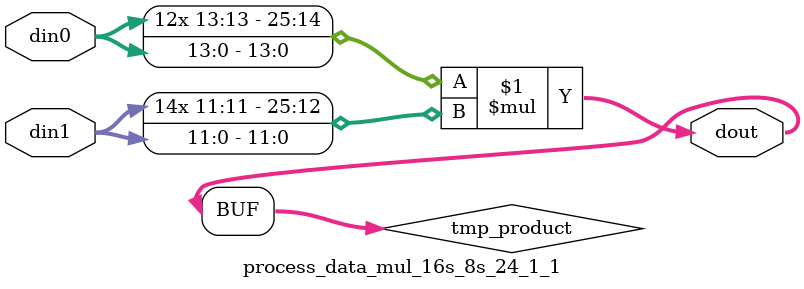
<source format=v>

`timescale 1 ns / 1 ps

  module process_data_mul_16s_8s_24_1_1(din0, din1, dout);
parameter ID = 1;
parameter NUM_STAGE = 0;
parameter din0_WIDTH = 14;
parameter din1_WIDTH = 12;
parameter dout_WIDTH = 26;

input [din0_WIDTH - 1 : 0] din0; 
input [din1_WIDTH - 1 : 0] din1; 
output [dout_WIDTH - 1 : 0] dout;

wire signed [dout_WIDTH - 1 : 0] tmp_product;













assign tmp_product = $signed(din0) * $signed(din1);








assign dout = tmp_product;







endmodule

</source>
